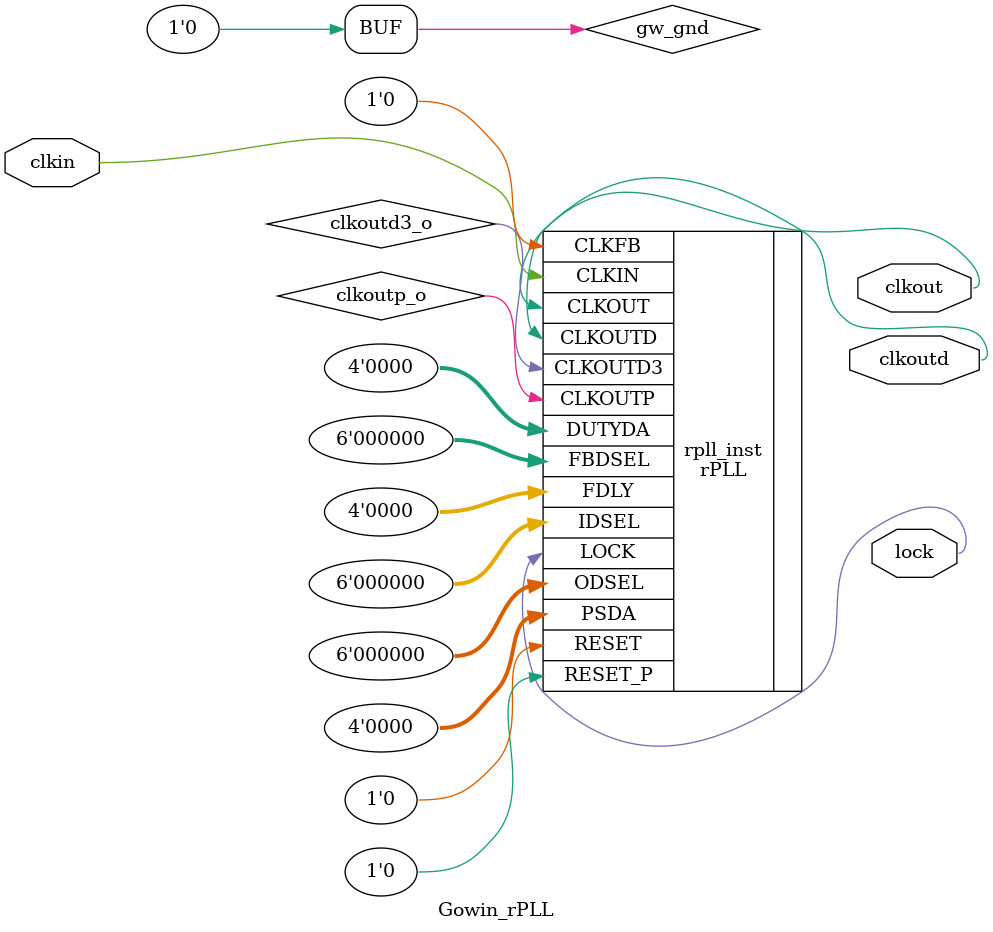
<source format=v>

module Gowin_rPLL (clkout, lock, clkoutd, clkin);

output clkout;
output lock;
output clkoutd;
input clkin;

wire clkoutp_o;
wire clkoutd3_o;
wire gw_gnd;

assign gw_gnd = 1'b0;

rPLL rpll_inst (
    .CLKOUT(clkout),
    .LOCK(lock),
    .CLKOUTP(clkoutp_o),
    .CLKOUTD(clkoutd),
    .CLKOUTD3(clkoutd3_o),
    .RESET(gw_gnd),
    .RESET_P(gw_gnd),
    .CLKIN(clkin),
    .CLKFB(gw_gnd),
    .FBDSEL({gw_gnd,gw_gnd,gw_gnd,gw_gnd,gw_gnd,gw_gnd}),
    .IDSEL({gw_gnd,gw_gnd,gw_gnd,gw_gnd,gw_gnd,gw_gnd}),
    .ODSEL({gw_gnd,gw_gnd,gw_gnd,gw_gnd,gw_gnd,gw_gnd}),
    .PSDA({gw_gnd,gw_gnd,gw_gnd,gw_gnd}),
    .DUTYDA({gw_gnd,gw_gnd,gw_gnd,gw_gnd}),
    .FDLY({gw_gnd,gw_gnd,gw_gnd,gw_gnd})
);

defparam rpll_inst.FCLKIN = "27";
defparam rpll_inst.DYN_IDIV_SEL = "false";
defparam rpll_inst.IDIV_SEL = 4;
defparam rpll_inst.DYN_FBDIV_SEL = "false";
defparam rpll_inst.FBDIV_SEL = 55;
defparam rpll_inst.DYN_ODIV_SEL = "false";
defparam rpll_inst.ODIV_SEL = 2;
defparam rpll_inst.PSDA_SEL = "0000";
defparam rpll_inst.DYN_DA_EN = "true";
defparam rpll_inst.DUTYDA_SEL = "1000";
defparam rpll_inst.CLKOUT_FT_DIR = 1'b1;
defparam rpll_inst.CLKOUTP_FT_DIR = 1'b1;
defparam rpll_inst.CLKOUT_DLY_STEP = 0;
defparam rpll_inst.CLKOUTP_DLY_STEP = 0;
defparam rpll_inst.CLKFB_SEL = "internal";
defparam rpll_inst.CLKOUT_BYPASS = "false";
defparam rpll_inst.CLKOUTP_BYPASS = "false";
defparam rpll_inst.CLKOUTD_BYPASS = "false";
defparam rpll_inst.DYN_SDIV_SEL = 6;
defparam rpll_inst.CLKOUTD_SRC = "CLKOUT";
defparam rpll_inst.CLKOUTD3_SRC = "CLKOUT";
defparam rpll_inst.DEVICE = "GW2A-18C";

endmodule //Gowin_rPLL

</source>
